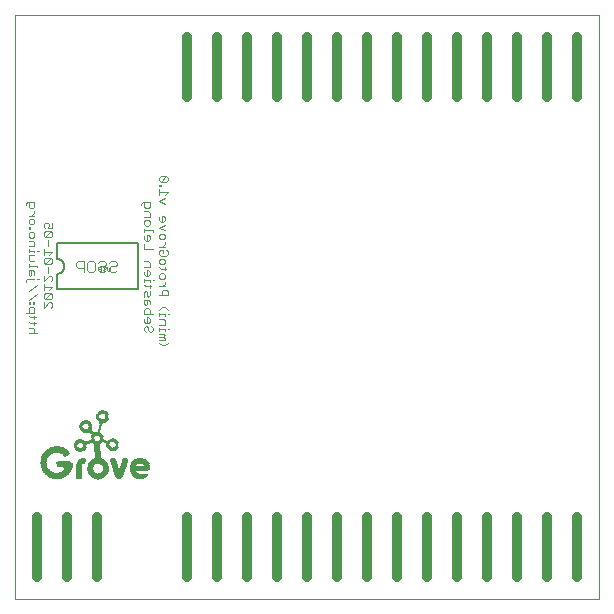
<source format=gbo>
G75*
G70*
%OFA0B0*%
%FSLAX24Y24*%
%IPPOS*%
%LPD*%
%AMOC8*
5,1,8,0,0,1.08239X$1,22.5*
%
%ADD10C,0.0000*%
%ADD11C,0.0320*%
%ADD12C,0.0030*%
%ADD13R,0.0070X0.0010*%
%ADD14R,0.0130X0.0010*%
%ADD15R,0.0190X0.0010*%
%ADD16R,0.0250X0.0010*%
%ADD17R,0.0150X0.0010*%
%ADD18R,0.0310X0.0010*%
%ADD19R,0.0170X0.0010*%
%ADD20R,0.0290X0.0010*%
%ADD21R,0.0240X0.0010*%
%ADD22R,0.0380X0.0010*%
%ADD23R,0.0180X0.0010*%
%ADD24R,0.0340X0.0010*%
%ADD25R,0.0420X0.0010*%
%ADD26R,0.0370X0.0010*%
%ADD27R,0.0330X0.0010*%
%ADD28R,0.0470X0.0010*%
%ADD29R,0.0400X0.0010*%
%ADD30R,0.0210X0.0010*%
%ADD31R,0.0360X0.0010*%
%ADD32R,0.0500X0.0010*%
%ADD33R,0.0430X0.0010*%
%ADD34R,0.0230X0.0010*%
%ADD35R,0.0390X0.0010*%
%ADD36R,0.0540X0.0010*%
%ADD37R,0.0450X0.0010*%
%ADD38R,0.0570X0.0010*%
%ADD39R,0.0440X0.0010*%
%ADD40R,0.0610X0.0010*%
%ADD41R,0.0490X0.0010*%
%ADD42R,0.0460X0.0010*%
%ADD43R,0.0630X0.0010*%
%ADD44R,0.0510X0.0010*%
%ADD45R,0.0270X0.0010*%
%ADD46R,0.0480X0.0010*%
%ADD47R,0.0660X0.0010*%
%ADD48R,0.0530X0.0010*%
%ADD49R,0.0690X0.0010*%
%ADD50R,0.0550X0.0010*%
%ADD51R,0.0280X0.0010*%
%ADD52R,0.0520X0.0010*%
%ADD53R,0.0710X0.0010*%
%ADD54R,0.0560X0.0010*%
%ADD55R,0.0730X0.0010*%
%ADD56R,0.0580X0.0010*%
%ADD57R,0.0750X0.0010*%
%ADD58R,0.0590X0.0010*%
%ADD59R,0.0300X0.0010*%
%ADD60R,0.0770X0.0010*%
%ADD61R,0.0790X0.0010*%
%ADD62R,0.0260X0.0010*%
%ADD63R,0.0810X0.0010*%
%ADD64R,0.0320X0.0010*%
%ADD65R,0.0830X0.0010*%
%ADD66R,0.0220X0.0010*%
%ADD67R,0.0350X0.0010*%
%ADD68R,0.0200X0.0010*%
%ADD69R,0.0600X0.0010*%
%ADD70R,0.0620X0.0010*%
%ADD71R,0.0410X0.0010*%
%ADD72R,0.0640X0.0010*%
%ADD73R,0.0650X0.0010*%
%ADD74R,0.0670X0.0010*%
%ADD75R,0.0160X0.0010*%
%ADD76R,0.0120X0.0010*%
%ADD77R,0.0140X0.0010*%
%ADD78R,0.0060X0.0010*%
%ADD79R,0.0040X0.0010*%
%ADD80R,0.0100X0.0010*%
%ADD81R,0.0110X0.0010*%
%ADD82R,0.0820X0.0010*%
%ADD83R,0.0700X0.0010*%
%ADD84R,0.0090X0.0010*%
%ADD85R,0.0880X0.0010*%
%ADD86R,0.0900X0.0010*%
%ADD87R,0.0080X0.0010*%
%ADD88C,0.0080*%
%ADD89C,0.0010*%
D10*
X000645Y000806D02*
X000645Y020301D01*
X020130Y020291D01*
X020130Y000806D01*
X000645Y000806D01*
D11*
X001395Y001556D02*
X001395Y003556D01*
X002395Y003556D02*
X002395Y001556D01*
X003395Y001556D02*
X003395Y003556D01*
X006395Y003556D02*
X006395Y001556D01*
X007395Y001556D02*
X007395Y003556D01*
X008395Y003556D02*
X008395Y001556D01*
X009395Y001556D02*
X009395Y003556D01*
X010395Y003556D02*
X010395Y001556D01*
X011395Y001556D02*
X011395Y003556D01*
X012395Y003556D02*
X012395Y001556D01*
X013395Y001556D02*
X013395Y003556D01*
X014395Y003556D02*
X014395Y001556D01*
X015395Y001556D02*
X015395Y003556D01*
X016395Y003556D02*
X016395Y001556D01*
X017395Y001556D02*
X017395Y003556D01*
X018395Y003556D02*
X018395Y001556D01*
X019395Y001556D02*
X019395Y003556D01*
X019395Y017556D02*
X019395Y019556D01*
X018395Y019556D02*
X018395Y017556D01*
X017395Y017556D02*
X017395Y019556D01*
X016395Y019556D02*
X016395Y017556D01*
X015395Y017556D02*
X015395Y019556D01*
X014395Y019556D02*
X014395Y017556D01*
X013395Y017556D02*
X013395Y019556D01*
X012395Y019556D02*
X012395Y017556D01*
X011395Y017556D02*
X011395Y019556D01*
X010395Y019556D02*
X010395Y017556D01*
X009395Y017556D02*
X009395Y019556D01*
X008395Y019556D02*
X008395Y017556D01*
X007395Y017556D02*
X007395Y019556D01*
X006395Y019556D02*
X006395Y017556D01*
D12*
X005702Y014916D02*
X005508Y014722D01*
X005460Y014770D01*
X005460Y014867D01*
X005508Y014916D01*
X005702Y014916D01*
X005750Y014867D01*
X005750Y014770D01*
X005702Y014722D01*
X005508Y014722D01*
X005508Y014623D02*
X005460Y014623D01*
X005460Y014575D01*
X005508Y014575D01*
X005508Y014623D01*
X005460Y014474D02*
X005460Y014280D01*
X005460Y014377D02*
X005750Y014377D01*
X005654Y014280D01*
X005654Y014179D02*
X005460Y014082D01*
X005654Y013986D01*
X005605Y013590D02*
X005557Y013590D01*
X005557Y013396D01*
X005605Y013396D02*
X005654Y013445D01*
X005654Y013541D01*
X005605Y013590D01*
X005460Y013541D02*
X005460Y013445D01*
X005508Y013396D01*
X005605Y013396D01*
X005654Y013295D02*
X005460Y013198D01*
X005654Y013102D01*
X005605Y013000D02*
X005654Y012952D01*
X005654Y012855D01*
X005605Y012807D01*
X005508Y012807D01*
X005460Y012855D01*
X005460Y012952D01*
X005508Y013000D01*
X005605Y013000D01*
X005654Y012707D02*
X005654Y012658D01*
X005557Y012561D01*
X005460Y012561D02*
X005654Y012561D01*
X005702Y012460D02*
X005750Y012412D01*
X005750Y012315D01*
X005702Y012267D01*
X005508Y012267D01*
X005460Y012315D01*
X005460Y012412D01*
X005508Y012460D01*
X005605Y012460D01*
X005605Y012364D01*
X005605Y012166D02*
X005654Y012117D01*
X005654Y012020D01*
X005605Y011972D01*
X005508Y011972D01*
X005460Y012020D01*
X005460Y012117D01*
X005508Y012166D01*
X005605Y012166D01*
X005654Y011872D02*
X005654Y011776D01*
X005702Y011824D02*
X005508Y011824D01*
X005460Y011872D01*
X005508Y011675D02*
X005460Y011626D01*
X005460Y011529D01*
X005508Y011481D01*
X005605Y011481D01*
X005654Y011529D01*
X005654Y011626D01*
X005605Y011675D01*
X005508Y011675D01*
X005299Y011439D02*
X005250Y011439D01*
X005154Y011439D02*
X004960Y011439D01*
X004960Y011391D02*
X004960Y011488D01*
X005008Y011587D02*
X005105Y011587D01*
X005154Y011636D01*
X005154Y011732D01*
X005105Y011781D01*
X005057Y011781D01*
X005057Y011587D01*
X005008Y011587D02*
X004960Y011636D01*
X004960Y011732D01*
X004960Y011882D02*
X005154Y011882D01*
X005154Y012027D01*
X005105Y012075D01*
X004960Y012075D01*
X004960Y012471D02*
X004960Y012665D01*
X005008Y012766D02*
X005105Y012766D01*
X005154Y012814D01*
X005154Y012911D01*
X005105Y012959D01*
X005057Y012959D01*
X005057Y012766D01*
X005008Y012766D02*
X004960Y012814D01*
X004960Y012911D01*
X004960Y013061D02*
X004960Y013157D01*
X004960Y013109D02*
X005250Y013109D01*
X005250Y013061D01*
X005105Y013257D02*
X005008Y013257D01*
X004960Y013305D01*
X004960Y013402D01*
X005008Y013450D01*
X005105Y013450D01*
X005154Y013402D01*
X005154Y013305D01*
X005105Y013257D01*
X005154Y013552D02*
X004960Y013552D01*
X004960Y013745D02*
X005105Y013745D01*
X005154Y013697D01*
X005154Y013552D01*
X005105Y013846D02*
X005008Y013846D01*
X004960Y013895D01*
X004960Y014040D01*
X004912Y014040D02*
X005154Y014040D01*
X005154Y013895D01*
X005105Y013846D01*
X004863Y013943D02*
X004863Y013991D01*
X004912Y014040D01*
X004960Y012471D02*
X005250Y012471D01*
X005154Y011439D02*
X005154Y011391D01*
X005154Y011291D02*
X005154Y011195D01*
X005202Y011243D02*
X005008Y011243D01*
X004960Y011291D01*
X005008Y011093D02*
X005057Y011045D01*
X005057Y010948D01*
X005105Y010900D01*
X005154Y010948D01*
X005154Y011093D01*
X005008Y011093D02*
X004960Y011045D01*
X004960Y010900D01*
X004960Y010799D02*
X004960Y010654D01*
X005008Y010605D01*
X005057Y010654D01*
X005057Y010799D01*
X005105Y010799D02*
X004960Y010799D01*
X005105Y010799D02*
X005154Y010750D01*
X005154Y010654D01*
X005105Y010504D02*
X005008Y010504D01*
X004960Y010456D01*
X004960Y010311D01*
X005250Y010311D01*
X005154Y010311D02*
X005154Y010456D01*
X005105Y010504D01*
X005105Y010209D02*
X005057Y010209D01*
X005057Y010016D01*
X005105Y010016D02*
X005154Y010064D01*
X005154Y010161D01*
X005105Y010209D01*
X004960Y010161D02*
X004960Y010064D01*
X005008Y010016D01*
X005105Y010016D01*
X005057Y009915D02*
X005008Y009915D01*
X004960Y009866D01*
X004960Y009770D01*
X005008Y009721D01*
X005105Y009770D02*
X005105Y009866D01*
X005057Y009915D01*
X005202Y009915D02*
X005250Y009866D01*
X005250Y009770D01*
X005202Y009721D01*
X005154Y009721D01*
X005105Y009770D01*
X005460Y009762D02*
X005460Y009859D01*
X005460Y009811D02*
X005654Y009811D01*
X005654Y009762D01*
X005750Y009811D02*
X005799Y009811D01*
X005654Y009959D02*
X005654Y010104D01*
X005605Y010152D01*
X005460Y010152D01*
X005460Y010253D02*
X005460Y010350D01*
X005460Y010302D02*
X005654Y010302D01*
X005654Y010253D01*
X005750Y010302D02*
X005799Y010302D01*
X005750Y010450D02*
X005654Y010547D01*
X005557Y010547D01*
X005460Y010450D01*
X005460Y010941D02*
X005750Y010941D01*
X005750Y011086D01*
X005702Y011134D01*
X005605Y011134D01*
X005557Y011086D01*
X005557Y010941D01*
X005557Y011236D02*
X005654Y011332D01*
X005654Y011381D01*
X005654Y011236D02*
X005460Y011236D01*
X005460Y009959D02*
X005654Y009959D01*
X005605Y009661D02*
X005460Y009661D01*
X005460Y009564D02*
X005605Y009564D01*
X005654Y009613D01*
X005605Y009661D01*
X005605Y009564D02*
X005654Y009516D01*
X005654Y009468D01*
X005460Y009468D01*
X005460Y009368D02*
X005557Y009271D01*
X005654Y009271D01*
X005750Y009368D01*
X003992Y011721D02*
X003868Y011721D01*
X003806Y011783D01*
X003806Y011845D01*
X003868Y011906D01*
X003992Y011906D01*
X004053Y011968D01*
X004053Y012030D01*
X003992Y012092D01*
X003868Y012092D01*
X003806Y012030D01*
X003685Y012030D02*
X003685Y011968D01*
X003623Y011906D01*
X003500Y011906D01*
X003438Y011845D01*
X003438Y011783D01*
X003500Y011721D01*
X003623Y011721D01*
X003685Y011783D01*
X003685Y012030D02*
X003623Y012092D01*
X003500Y012092D01*
X003438Y012030D01*
X003317Y012030D02*
X003317Y011783D01*
X003255Y011721D01*
X003131Y011721D01*
X003070Y011783D01*
X003070Y012030D01*
X003131Y012092D01*
X003255Y012092D01*
X003317Y012030D01*
X002948Y012092D02*
X002948Y011721D01*
X002948Y011845D02*
X002763Y011845D01*
X002701Y011906D01*
X002701Y012030D01*
X002763Y012092D01*
X002948Y012092D01*
X001900Y012140D02*
X001852Y012188D01*
X001658Y011995D01*
X001610Y012043D01*
X001610Y012140D01*
X001658Y012188D01*
X001852Y012188D01*
X001900Y012140D02*
X001900Y012043D01*
X001852Y011995D01*
X001658Y011995D01*
X001755Y011893D02*
X001755Y011700D01*
X001804Y011599D02*
X001852Y011599D01*
X001900Y011550D01*
X001900Y011454D01*
X001852Y011405D01*
X001804Y011599D02*
X001610Y011405D01*
X001610Y011599D01*
X001449Y011487D02*
X001400Y011487D01*
X001304Y011487D02*
X001062Y011487D01*
X001013Y011438D01*
X001013Y011390D01*
X001158Y011586D02*
X001207Y011635D01*
X001207Y011780D01*
X001255Y011780D02*
X001110Y011780D01*
X001110Y011635D01*
X001158Y011586D01*
X001304Y011635D02*
X001304Y011732D01*
X001255Y011780D01*
X001110Y011881D02*
X001110Y011978D01*
X001110Y011929D02*
X001400Y011929D01*
X001400Y011881D01*
X001304Y012078D02*
X001158Y012078D01*
X001110Y012126D01*
X001110Y012271D01*
X001304Y012271D01*
X001304Y012372D02*
X001304Y012421D01*
X001110Y012421D01*
X001110Y012469D02*
X001110Y012372D01*
X001110Y012569D02*
X001304Y012569D01*
X001304Y012714D01*
X001255Y012762D01*
X001110Y012762D01*
X001158Y012863D02*
X001110Y012912D01*
X001110Y013008D01*
X001158Y013057D01*
X001255Y013057D01*
X001304Y013008D01*
X001304Y012912D01*
X001255Y012863D01*
X001158Y012863D01*
X001158Y013158D02*
X001110Y013158D01*
X001110Y013206D01*
X001158Y013206D01*
X001158Y013158D01*
X001158Y013305D02*
X001110Y013354D01*
X001110Y013450D01*
X001158Y013499D01*
X001255Y013499D01*
X001304Y013450D01*
X001304Y013354D01*
X001255Y013305D01*
X001158Y013305D01*
X001110Y013600D02*
X001304Y013600D01*
X001304Y013697D02*
X001304Y013745D01*
X001304Y013697D02*
X001207Y013600D01*
X001255Y013845D02*
X001158Y013845D01*
X001110Y013894D01*
X001110Y014039D01*
X001062Y014039D02*
X001304Y014039D01*
X001304Y013894D01*
X001255Y013845D01*
X001013Y013942D02*
X001013Y013990D01*
X001062Y014039D01*
X001658Y013367D02*
X001610Y013318D01*
X001610Y013221D01*
X001658Y013173D01*
X001755Y013173D02*
X001804Y013270D01*
X001804Y013318D01*
X001755Y013367D01*
X001658Y013367D01*
X001755Y013173D02*
X001900Y013173D01*
X001900Y013367D01*
X001852Y013072D02*
X001658Y013072D01*
X001610Y013024D01*
X001610Y012927D01*
X001658Y012878D01*
X001852Y013072D01*
X001900Y013024D01*
X001900Y012927D01*
X001852Y012878D01*
X001658Y012878D01*
X001755Y012777D02*
X001755Y012584D01*
X001610Y012483D02*
X001610Y012289D01*
X001610Y012386D02*
X001900Y012386D01*
X001804Y012289D01*
X001449Y012421D02*
X001400Y012421D01*
X001400Y011289D02*
X001110Y011095D01*
X001110Y010801D02*
X001400Y010994D01*
X001610Y010961D02*
X001610Y010864D01*
X001658Y010816D01*
X001852Y011009D01*
X001658Y011009D01*
X001610Y010961D01*
X001610Y011111D02*
X001610Y011304D01*
X001610Y011207D02*
X001900Y011207D01*
X001804Y011111D01*
X001852Y011009D02*
X001900Y010961D01*
X001900Y010864D01*
X001852Y010816D01*
X001658Y010816D01*
X001610Y010715D02*
X001610Y010521D01*
X001804Y010715D01*
X001852Y010715D01*
X001900Y010666D01*
X001900Y010570D01*
X001852Y010521D01*
X001304Y010504D02*
X001255Y010552D01*
X001158Y010552D01*
X001110Y010504D01*
X001110Y010359D01*
X001013Y010359D02*
X001304Y010359D01*
X001304Y010504D01*
X001304Y010653D02*
X001255Y010653D01*
X001255Y010702D01*
X001304Y010702D01*
X001304Y010653D01*
X001158Y010653D02*
X001110Y010653D01*
X001110Y010702D01*
X001158Y010702D01*
X001158Y010653D01*
X001110Y010259D02*
X001158Y010211D01*
X001352Y010211D01*
X001304Y010259D02*
X001304Y010162D01*
X001304Y010063D02*
X001304Y009966D01*
X001352Y010014D02*
X001158Y010014D01*
X001110Y010063D01*
X001110Y009865D02*
X001255Y009865D01*
X001304Y009816D01*
X001304Y009720D01*
X001255Y009671D01*
X001400Y009671D02*
X001110Y009671D01*
X003992Y011721D02*
X004053Y011783D01*
D13*
X003515Y006616D03*
X003515Y006606D03*
X003505Y006576D03*
X003495Y006546D03*
X003495Y006536D03*
X003485Y006506D03*
X003475Y006476D03*
X003475Y006466D03*
X003465Y006436D03*
X003455Y006406D03*
X003455Y006396D03*
X003025Y006346D03*
X002045Y005886D03*
X003425Y004796D03*
X004135Y004806D03*
X004825Y004806D03*
D14*
X004825Y005486D03*
X004135Y004816D03*
X003795Y005846D03*
X003755Y005996D03*
X003555Y006106D03*
X003275Y006246D03*
X003425Y006356D03*
X003145Y006456D03*
X003025Y006736D03*
X003475Y006976D03*
X003695Y006786D03*
X004025Y006036D03*
X003005Y005956D03*
X002785Y004806D03*
X002045Y004806D03*
D15*
X002785Y004856D03*
X002785Y004866D03*
X002785Y004876D03*
X002785Y004886D03*
X002785Y004896D03*
X002785Y004906D03*
X002785Y004916D03*
X002785Y004926D03*
X002785Y004936D03*
X002785Y004946D03*
X002785Y004956D03*
X002785Y004966D03*
X002785Y004976D03*
X002785Y004986D03*
X002785Y004996D03*
X002785Y005006D03*
X002785Y005016D03*
X002785Y005026D03*
X002785Y005036D03*
X002785Y005046D03*
X002785Y005056D03*
X002785Y005066D03*
X002785Y005076D03*
X002785Y005086D03*
X002785Y005096D03*
X002785Y005106D03*
X002785Y005116D03*
X002785Y005126D03*
X002785Y005136D03*
X002785Y005146D03*
X002785Y005156D03*
X002785Y005166D03*
X002785Y005176D03*
X002785Y005186D03*
X002785Y005196D03*
X002785Y005206D03*
X002785Y005216D03*
X002785Y005226D03*
X002785Y005236D03*
X002785Y005246D03*
X002795Y005276D03*
X002795Y005286D03*
X003175Y005226D03*
X003175Y005216D03*
X003175Y005206D03*
X003165Y005176D03*
X003165Y005166D03*
X003165Y005156D03*
X003165Y005136D03*
X003165Y005126D03*
X003175Y005086D03*
X003175Y005076D03*
X003425Y004806D03*
X003675Y005066D03*
X003675Y005076D03*
X003685Y005086D03*
X003685Y005096D03*
X003685Y005106D03*
X003685Y005116D03*
X003685Y005186D03*
X003685Y005196D03*
X003685Y005206D03*
X003675Y005226D03*
X003955Y005336D03*
X003955Y005346D03*
X003955Y005356D03*
X003945Y005366D03*
X003945Y005376D03*
X003945Y005386D03*
X003935Y005416D03*
X003925Y005446D03*
X003965Y005326D03*
X003965Y005316D03*
X003965Y005306D03*
X003975Y005286D03*
X003975Y005276D03*
X003985Y005256D03*
X003985Y005246D03*
X003995Y005206D03*
X004005Y005176D03*
X004015Y005146D03*
X004255Y005156D03*
X004255Y005166D03*
X004265Y005186D03*
X004265Y005196D03*
X004275Y005216D03*
X004275Y005226D03*
X004275Y005236D03*
X004285Y005246D03*
X004285Y005256D03*
X004285Y005266D03*
X004295Y005276D03*
X004295Y005286D03*
X004295Y005296D03*
X004295Y005306D03*
X004305Y005316D03*
X004305Y005326D03*
X004315Y005346D03*
X004315Y005356D03*
X004315Y005366D03*
X004325Y005386D03*
X004325Y005396D03*
X004335Y005426D03*
X004335Y005436D03*
X004335Y005446D03*
X004595Y005256D03*
X004595Y005246D03*
X004595Y005236D03*
X004605Y005266D03*
X004605Y005036D03*
X004825Y004816D03*
X004825Y005476D03*
X004135Y004846D03*
X003415Y005546D03*
X003415Y005556D03*
X003415Y005566D03*
X003415Y005576D03*
X003415Y005586D03*
X003415Y005596D03*
X003415Y005606D03*
X003415Y005616D03*
X003415Y005626D03*
X003415Y005636D03*
X003415Y005646D03*
X003415Y005656D03*
X003415Y005666D03*
X003405Y005716D03*
X003405Y005726D03*
X003405Y005736D03*
X003405Y005746D03*
X003405Y005756D03*
X003405Y005766D03*
X003405Y005776D03*
X003405Y005786D03*
X003405Y005796D03*
X003405Y005806D03*
X003405Y005816D03*
X003405Y005826D03*
X003405Y005836D03*
X003405Y005846D03*
X003405Y005856D03*
X003405Y005866D03*
X003405Y005876D03*
X003405Y005886D03*
X003405Y005896D03*
X003405Y005906D03*
X003405Y005916D03*
X003405Y005926D03*
X003405Y005936D03*
X003405Y005946D03*
X003405Y005956D03*
X003575Y006086D03*
X003575Y006696D03*
D16*
X003585Y006726D03*
X003585Y007036D03*
X003025Y006706D03*
X002885Y005406D03*
X003235Y005306D03*
X003425Y004816D03*
X004135Y004886D03*
X004135Y004896D03*
X002425Y005136D03*
X002425Y005146D03*
X002425Y005156D03*
X002415Y005116D03*
X002405Y005096D03*
X002395Y005086D03*
X002045Y004816D03*
X001705Y005076D03*
X001695Y005086D03*
X001695Y005596D03*
X001695Y005606D03*
D17*
X002925Y005466D03*
X003005Y005966D03*
X003285Y006256D03*
X003135Y006446D03*
X003485Y006986D03*
X003585Y007066D03*
X003685Y006986D03*
X004005Y006046D03*
X004005Y005836D03*
X004135Y004826D03*
X002785Y004816D03*
D18*
X002415Y005196D03*
X002045Y004826D03*
X001765Y005026D03*
X002845Y005786D03*
X003425Y005466D03*
X004135Y004976D03*
X004135Y004966D03*
X003085Y006366D03*
X003075Y006376D03*
X003025Y006676D03*
X003585Y007006D03*
D19*
X003495Y006776D03*
X003675Y006776D03*
X003025Y006726D03*
X003565Y006096D03*
X003915Y005756D03*
X004335Y005466D03*
X004135Y004836D03*
X002785Y004826D03*
D20*
X002345Y005036D03*
X002425Y005186D03*
X002335Y005656D03*
X002045Y005866D03*
X001755Y005656D03*
X001745Y005036D03*
X003255Y005316D03*
X003425Y004826D03*
X004135Y004936D03*
X004135Y004946D03*
X004825Y004836D03*
X004825Y005456D03*
X003915Y005796D03*
X003405Y006016D03*
X003105Y006356D03*
X003025Y006686D03*
X003585Y006736D03*
X003585Y006746D03*
X003585Y007016D03*
D21*
X003580Y006716D03*
X003400Y005996D03*
X003030Y005996D03*
X002840Y006076D03*
X002840Y005756D03*
X002890Y005416D03*
X003420Y005496D03*
X003620Y005306D03*
X003630Y005296D03*
X003630Y004996D03*
X003230Y004996D03*
X002420Y005126D03*
X002410Y005106D03*
X002350Y005636D03*
X001680Y005586D03*
X001680Y005576D03*
X001670Y005566D03*
X001680Y005106D03*
X001690Y005096D03*
X003910Y005776D03*
X005010Y005306D03*
X004830Y004826D03*
D22*
X003430Y005446D03*
X002270Y005686D03*
X001820Y005686D03*
X002050Y004836D03*
D23*
X002780Y004836D03*
X002780Y004846D03*
X002790Y005256D03*
X002790Y005266D03*
X002920Y005456D03*
X003170Y005196D03*
X003170Y005186D03*
X003160Y005146D03*
X003170Y005116D03*
X003170Y005106D03*
X003170Y005096D03*
X003410Y005676D03*
X003410Y005686D03*
X003410Y005696D03*
X003410Y005706D03*
X003240Y006076D03*
X002840Y006096D03*
X002840Y005736D03*
X003680Y005216D03*
X003690Y005176D03*
X003690Y005166D03*
X003690Y005156D03*
X003690Y005146D03*
X003690Y005136D03*
X003690Y005126D03*
X003990Y005216D03*
X003990Y005226D03*
X003990Y005236D03*
X003980Y005266D03*
X003970Y005296D03*
X004000Y005196D03*
X004000Y005186D03*
X004010Y005166D03*
X004010Y005156D03*
X004250Y005146D03*
X004260Y005176D03*
X004270Y005206D03*
X004340Y005456D03*
X003930Y005456D03*
D24*
X003430Y004836D03*
X002840Y005806D03*
X003340Y006326D03*
X003040Y006416D03*
X004830Y005446D03*
D25*
X004830Y005416D03*
X004830Y004876D03*
X002050Y004846D03*
D26*
X002045Y005856D03*
X003425Y004846D03*
X004135Y005056D03*
X004135Y005066D03*
X004135Y005076D03*
X004825Y005436D03*
D27*
X004825Y004846D03*
X004135Y004996D03*
X004135Y005006D03*
X004135Y005016D03*
X003915Y005826D03*
X003035Y006016D03*
X003055Y006396D03*
X003045Y006406D03*
X003025Y006656D03*
X003025Y006666D03*
X003585Y006766D03*
X003585Y006996D03*
X002305Y005676D03*
X001785Y005676D03*
D28*
X002045Y004856D03*
X003425Y004886D03*
X004825Y005396D03*
D29*
X004830Y005426D03*
X004130Y005116D03*
X003430Y004856D03*
D30*
X003205Y005026D03*
X003195Y005036D03*
X003195Y005266D03*
X003205Y005276D03*
X002905Y005436D03*
X003415Y005526D03*
X003415Y005536D03*
X003655Y005266D03*
X003665Y005256D03*
X003655Y005026D03*
X004135Y004856D03*
X004625Y005006D03*
X004595Y005216D03*
X004615Y005286D03*
X005035Y005276D03*
X005045Y005266D03*
X005055Y005236D03*
X005055Y005226D03*
X003405Y005986D03*
X003235Y006066D03*
X003025Y006716D03*
X003585Y007056D03*
X001635Y005496D03*
X001625Y005476D03*
X001625Y005466D03*
X001625Y005456D03*
X001615Y005436D03*
X001615Y005426D03*
X001605Y005366D03*
X001605Y005356D03*
X001605Y005346D03*
X001605Y005336D03*
X001605Y005326D03*
X001615Y005266D03*
X001615Y005256D03*
X001615Y005246D03*
X001625Y005226D03*
X001625Y005216D03*
X001625Y005206D03*
X001635Y005196D03*
X001635Y005186D03*
X001645Y005166D03*
D31*
X002290Y005006D03*
X003390Y006266D03*
X004830Y004856D03*
D32*
X004830Y004916D03*
X002320Y005216D03*
X002300Y005336D03*
X002050Y004866D03*
D33*
X002285Y005376D03*
X003425Y004866D03*
D34*
X003215Y005006D03*
X003635Y005006D03*
X003225Y005296D03*
X003215Y005286D03*
X003415Y005506D03*
X002895Y005426D03*
X002825Y005316D03*
X003585Y006076D03*
X003735Y006026D03*
X003915Y006106D03*
X004605Y005076D03*
X004645Y004986D03*
X004135Y004876D03*
X004135Y004866D03*
X003585Y007046D03*
X001665Y005556D03*
X001655Y005546D03*
X001655Y005536D03*
X001655Y005146D03*
X001665Y005126D03*
X001675Y005116D03*
D35*
X004135Y005106D03*
X004135Y005096D03*
X004135Y005086D03*
X004825Y004866D03*
D36*
X004830Y005356D03*
X003430Y005376D03*
X002050Y004876D03*
D37*
X002295Y005366D03*
X003425Y004876D03*
X004825Y005406D03*
D38*
X004825Y005336D03*
X004775Y005086D03*
X003425Y005356D03*
X002045Y004886D03*
D39*
X003430Y005426D03*
X004830Y004886D03*
D40*
X003425Y004966D03*
X003425Y005326D03*
X002045Y004896D03*
D41*
X002325Y005206D03*
X002305Y005346D03*
X002045Y005826D03*
X003425Y004896D03*
X004825Y005386D03*
D42*
X004830Y004896D03*
X003430Y005416D03*
X002050Y005836D03*
D43*
X002045Y004906D03*
X004805Y005116D03*
D44*
X004825Y005376D03*
X003425Y005396D03*
X003425Y004906D03*
X002315Y005226D03*
X002315Y005236D03*
X002305Y005326D03*
D45*
X002425Y005176D03*
X002425Y005166D03*
X002365Y005056D03*
X002845Y005326D03*
X002875Y005376D03*
X002845Y005766D03*
X003035Y006006D03*
X003235Y006056D03*
X003025Y006696D03*
X002345Y005646D03*
X001735Y005046D03*
X001725Y005056D03*
X004135Y004916D03*
X004135Y004906D03*
D46*
X004830Y004906D03*
X003430Y005406D03*
X002300Y005356D03*
D47*
X002050Y004916D03*
X004820Y005146D03*
X004820Y005156D03*
D48*
X004825Y005366D03*
X004825Y004936D03*
X003425Y004916D03*
X002315Y005246D03*
X002315Y005256D03*
X002315Y005266D03*
X002315Y005276D03*
X002045Y005816D03*
D49*
X002045Y004926D03*
D50*
X003425Y004926D03*
X004825Y004946D03*
X004825Y004956D03*
X004825Y005346D03*
D51*
X004140Y004926D03*
X003600Y005316D03*
X003420Y005476D03*
X002870Y005366D03*
X002870Y005356D03*
X002860Y005346D03*
X002860Y005336D03*
X002360Y005046D03*
X001740Y005646D03*
X001730Y005636D03*
X003590Y007026D03*
X003910Y006086D03*
X003730Y006036D03*
D52*
X003430Y005386D03*
X002310Y005316D03*
X002310Y005306D03*
X002310Y005296D03*
X002310Y005286D03*
X004830Y004926D03*
D53*
X002045Y004936D03*
D54*
X002050Y005806D03*
X003430Y005366D03*
X003430Y004936D03*
X004820Y004966D03*
D55*
X002045Y004946D03*
X002045Y005746D03*
D56*
X003430Y004946D03*
X004830Y005326D03*
D57*
X002045Y004956D03*
X002045Y005736D03*
D58*
X003425Y005346D03*
X003425Y004956D03*
D59*
X003270Y004976D03*
X003590Y004976D03*
X004130Y004956D03*
X003910Y005806D03*
X003910Y006076D03*
X002840Y006056D03*
X002840Y005776D03*
X002330Y005026D03*
D60*
X002045Y004966D03*
X002045Y005726D03*
D61*
X002045Y005716D03*
X002045Y004976D03*
D62*
X001710Y005066D03*
X001710Y005616D03*
X001720Y005626D03*
X002380Y005066D03*
X002390Y005076D03*
X002880Y005386D03*
X002880Y005396D03*
X003240Y004986D03*
X003610Y004986D03*
X003420Y005486D03*
X003400Y006006D03*
X002840Y006066D03*
X003910Y006096D03*
X003910Y005786D03*
X004660Y005316D03*
X004830Y005466D03*
X004990Y005316D03*
X004660Y004976D03*
D63*
X002045Y004986D03*
X002045Y005706D03*
D64*
X001770Y005666D03*
X002320Y005666D03*
X002840Y005796D03*
X002850Y006046D03*
X003060Y006386D03*
X003590Y006756D03*
X003910Y005816D03*
X004140Y004986D03*
X002320Y005016D03*
X001780Y005016D03*
D65*
X002045Y004996D03*
X003485Y006046D03*
D66*
X003420Y005516D03*
X003640Y005286D03*
X003650Y005276D03*
X003650Y005016D03*
X003210Y005016D03*
X002350Y005626D03*
X002050Y005876D03*
X001650Y005526D03*
X001640Y005516D03*
X001640Y005506D03*
X001630Y005486D03*
X001640Y005176D03*
X001650Y005156D03*
X001660Y005136D03*
X002840Y005746D03*
X002840Y006086D03*
X003580Y006706D03*
X004640Y005306D03*
X004630Y005296D03*
X005020Y005296D03*
X005030Y005286D03*
X005050Y005216D03*
X004630Y004996D03*
D67*
X004135Y005026D03*
X004135Y005036D03*
X004135Y005046D03*
X003425Y005456D03*
X003385Y006276D03*
X003385Y006286D03*
X003375Y006296D03*
X003365Y006306D03*
X003355Y006316D03*
X003035Y006426D03*
X003035Y006436D03*
X001805Y005006D03*
D68*
X001620Y005236D03*
X001610Y005276D03*
X001610Y005286D03*
X001610Y005296D03*
X001610Y005306D03*
X001610Y005316D03*
X001610Y005376D03*
X001610Y005386D03*
X001610Y005396D03*
X001610Y005406D03*
X001610Y005416D03*
X001620Y005446D03*
X002350Y005616D03*
X002800Y005296D03*
X002810Y005306D03*
X002910Y005446D03*
X003190Y005256D03*
X003190Y005246D03*
X003180Y005236D03*
X003180Y005066D03*
X003180Y005056D03*
X003190Y005046D03*
X003660Y005036D03*
X003670Y005046D03*
X003670Y005056D03*
X003670Y005236D03*
X003670Y005246D03*
X003940Y005396D03*
X003940Y005406D03*
X003930Y005426D03*
X003930Y005436D03*
X004310Y005336D03*
X004320Y005376D03*
X004330Y005406D03*
X004330Y005416D03*
X004610Y005276D03*
X004590Y005226D03*
X004600Y005066D03*
X004600Y005056D03*
X004600Y005046D03*
X004610Y005026D03*
X004610Y005016D03*
X005050Y005246D03*
X005050Y005256D03*
X003910Y005766D03*
X003740Y006016D03*
X003910Y006116D03*
X003400Y005976D03*
X003400Y005966D03*
X003020Y005986D03*
X003400Y006336D03*
D69*
X003430Y005336D03*
X004790Y005096D03*
X002050Y005796D03*
D70*
X002050Y005786D03*
X003760Y006066D03*
X004800Y005106D03*
D71*
X004135Y005126D03*
X004135Y005136D03*
X003425Y005436D03*
X002045Y005846D03*
D72*
X004810Y005126D03*
D73*
X004815Y005136D03*
X003755Y006056D03*
X002045Y005776D03*
D74*
X002045Y005766D03*
X004825Y005206D03*
X004825Y005196D03*
X004825Y005186D03*
X004825Y005176D03*
X004825Y005166D03*
D75*
X003930Y005466D03*
X003820Y005836D03*
X003750Y006006D03*
X003910Y006126D03*
X003560Y006686D03*
X003410Y006346D03*
X003010Y005976D03*
X002350Y005606D03*
D76*
X002720Y005826D03*
X002720Y006006D03*
X002960Y005826D03*
X002970Y005836D03*
X003000Y005946D03*
X003250Y006096D03*
X003270Y006236D03*
X003520Y006246D03*
X003530Y006236D03*
X003760Y005986D03*
X003760Y005976D03*
X003780Y005866D03*
X003790Y005856D03*
X003910Y005746D03*
X004030Y005846D03*
X004040Y005856D03*
X004040Y006026D03*
X003540Y006676D03*
X003470Y006786D03*
X003460Y006796D03*
X003460Y006966D03*
X003710Y006966D03*
X003710Y006796D03*
X003150Y006626D03*
X003140Y006636D03*
X003150Y006466D03*
X002900Y006456D03*
X002940Y005476D03*
D77*
X002840Y005726D03*
X002730Y005816D03*
X002740Y006016D03*
X002840Y006106D03*
X002950Y005816D03*
X003250Y006086D03*
X003510Y006256D03*
X003130Y006646D03*
X002920Y006646D03*
X002920Y006446D03*
X003700Y006976D03*
X002350Y005596D03*
X003930Y005476D03*
X004340Y005476D03*
D78*
X002950Y005486D03*
X002840Y005716D03*
X002840Y006116D03*
X002340Y005566D03*
D79*
X002340Y005556D03*
D80*
X002340Y005576D03*
X002700Y005856D03*
X002690Y005876D03*
X002690Y005886D03*
X002690Y005896D03*
X002690Y005906D03*
X002690Y005916D03*
X002690Y005926D03*
X002690Y005936D03*
X002690Y005946D03*
X002690Y005956D03*
X002700Y005976D03*
X002980Y005856D03*
X002990Y005866D03*
X002990Y005876D03*
X002990Y005886D03*
X003000Y005916D03*
X003000Y005926D03*
X003000Y005936D03*
X003250Y006116D03*
X003250Y006126D03*
X003250Y006186D03*
X003250Y006196D03*
X003260Y006216D03*
X003200Y006346D03*
X003170Y006496D03*
X003170Y006506D03*
X003180Y006516D03*
X003180Y006526D03*
X003180Y006536D03*
X003180Y006546D03*
X003180Y006556D03*
X003180Y006566D03*
X003180Y006576D03*
X003170Y006586D03*
X003170Y006596D03*
X002890Y006616D03*
X002880Y006596D03*
X002870Y006576D03*
X002870Y006566D03*
X002870Y006556D03*
X002870Y006546D03*
X002870Y006536D03*
X002870Y006526D03*
X002870Y006516D03*
X002880Y006496D03*
X002890Y006476D03*
X003440Y006826D03*
X003440Y006836D03*
X003430Y006876D03*
X003430Y006886D03*
X003440Y006926D03*
X003440Y006936D03*
X003590Y007076D03*
X003730Y006936D03*
X003730Y006926D03*
X003730Y006916D03*
X003740Y006906D03*
X003740Y006896D03*
X003740Y006886D03*
X003740Y006876D03*
X003740Y006866D03*
X003740Y006856D03*
X003730Y006846D03*
X003730Y006836D03*
X003730Y006826D03*
X003530Y006656D03*
X003550Y006206D03*
X003550Y006196D03*
X003550Y006186D03*
X003550Y006176D03*
X003550Y006166D03*
X003550Y006156D03*
X003550Y006146D03*
X003550Y006136D03*
X003760Y005966D03*
X003760Y005956D03*
X003760Y005946D03*
X003760Y005936D03*
X003760Y005926D03*
X003760Y005916D03*
X003770Y005896D03*
X003770Y005886D03*
X004050Y005876D03*
X004060Y005886D03*
X004060Y005896D03*
X004060Y005986D03*
X004060Y005996D03*
X004050Y006006D03*
D81*
X004045Y006016D03*
X004045Y005866D03*
X003775Y005876D03*
X003765Y005906D03*
X003555Y006116D03*
X003555Y006126D03*
X003545Y006216D03*
X003535Y006226D03*
X003265Y006226D03*
X003255Y006106D03*
X003215Y006336D03*
X003165Y006476D03*
X003165Y006486D03*
X003165Y006606D03*
X003165Y006616D03*
X002905Y006636D03*
X002895Y006626D03*
X002885Y006606D03*
X002885Y006486D03*
X002895Y006466D03*
X002715Y005996D03*
X002705Y005986D03*
X002695Y005966D03*
X002695Y005866D03*
X002705Y005846D03*
X002715Y005836D03*
X002975Y005846D03*
X002345Y005586D03*
X003535Y006666D03*
X003455Y006806D03*
X003445Y006816D03*
X003445Y006946D03*
X003455Y006956D03*
X003715Y006956D03*
X003725Y006946D03*
X003725Y006816D03*
X003715Y006806D03*
D82*
X002050Y005696D03*
D83*
X002050Y005756D03*
D84*
X002875Y006506D03*
X002875Y006586D03*
X003255Y006206D03*
X003245Y006176D03*
X003245Y006166D03*
X003245Y006156D03*
X003245Y006146D03*
X003245Y006136D03*
X003445Y006366D03*
X003525Y006646D03*
X003435Y006846D03*
X003435Y006856D03*
X003435Y006866D03*
X003435Y006896D03*
X003435Y006906D03*
X003435Y006916D03*
X003915Y006136D03*
X004065Y005976D03*
X004065Y005966D03*
X004065Y005956D03*
X004065Y005946D03*
X004065Y005936D03*
X004065Y005926D03*
X004065Y005916D03*
X004065Y005906D03*
X002995Y005906D03*
X002995Y005896D03*
D85*
X003110Y006026D03*
D86*
X003130Y006036D03*
D87*
X003450Y006376D03*
X003450Y006386D03*
X003460Y006416D03*
X003460Y006426D03*
X003470Y006446D03*
X003470Y006456D03*
X003480Y006486D03*
X003480Y006496D03*
X003490Y006516D03*
X003490Y006526D03*
X003500Y006556D03*
X003500Y006566D03*
X003510Y006586D03*
X003510Y006596D03*
X003520Y006626D03*
X003520Y006636D03*
D88*
X004745Y011141D02*
X002045Y011141D01*
X002045Y011656D01*
X002075Y011658D01*
X002105Y011663D01*
X002134Y011672D01*
X002161Y011685D01*
X002187Y011700D01*
X002211Y011719D01*
X002232Y011740D01*
X002251Y011764D01*
X002266Y011790D01*
X002279Y011817D01*
X002288Y011846D01*
X002293Y011876D01*
X002295Y011906D01*
X002293Y011936D01*
X002288Y011966D01*
X002279Y011995D01*
X002266Y012022D01*
X002251Y012048D01*
X002232Y012072D01*
X002211Y012093D01*
X002187Y012112D01*
X002161Y012127D01*
X002134Y012140D01*
X002105Y012149D01*
X002075Y012154D01*
X002045Y012156D01*
X002045Y012671D01*
X004745Y012671D01*
X004745Y011141D01*
D89*
X003832Y011776D02*
X003832Y011901D01*
X003732Y011901D02*
X003732Y011776D01*
X003757Y011751D01*
X003807Y011751D01*
X003832Y011776D01*
X003685Y011776D02*
X003660Y011751D01*
X003610Y011751D01*
X003585Y011776D01*
X003585Y011801D01*
X003610Y011826D01*
X003660Y011826D01*
X003685Y011851D01*
X003685Y011876D01*
X003660Y011901D01*
X003610Y011901D01*
X003585Y011876D01*
X003537Y011876D02*
X003537Y011851D01*
X003512Y011826D01*
X003437Y011826D01*
X003437Y011776D02*
X003437Y011876D01*
X003462Y011901D01*
X003512Y011901D01*
X003537Y011876D01*
X003537Y011776D02*
X003512Y011751D01*
X003462Y011751D01*
X003437Y011776D01*
X003635Y011726D02*
X003635Y011926D01*
M02*

</source>
